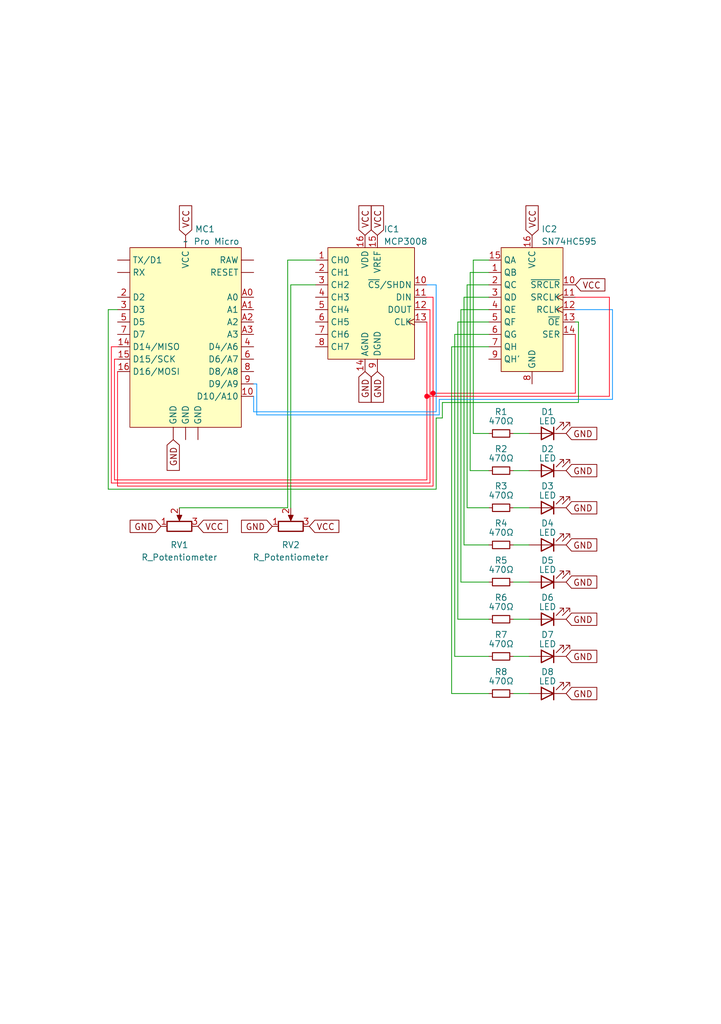
<source format=kicad_sch>
(kicad_sch (version 20230121) (generator eeschema)
  (paper "A5" portrait)
  (title_block (title "Running LEDs & SPI practice using MCP3008 and SN74HC595") (date "2023-10-31") (rev "2"))
  (lib_symbols
    (symbol "Device:LED" (pin_numbers hide) (pin_names (offset 1.016) hide)
      (property "Reference" "D" (at 0 2.54 0))
      (property "Value" "LED" (at 0 -2.54 0))
      (symbol "LED_0_1"
        (polyline (pts (xy -1.27 -1.27) (xy -1.27 1.27)) (stroke (width 0.254)))
        (polyline (pts (xy -1.27 0) (xy 1.27 0)))
        (polyline (pts (xy 1.27 -1.27) (xy 1.27 1.27) (xy -1.27 0) (xy 1.27 -1.27)) (stroke (width 0.254)))
        (polyline (pts (xy -3.048 -0.762) (xy -4.572 -2.286) (xy -3.81 -2.286) (xy -4.572 -2.286) (xy -4.572 -1.524)))
        (polyline (pts (xy -1.778 -0.762) (xy -3.302 -2.286) (xy -2.54 -2.286) (xy -3.302 -2.286) (xy -3.302 -1.524)))
      )
      (symbol "LED_1_1"
        (pin passive line (at -3.81 0 0) (length 2.54) (name "K") (number "1"))
        (pin passive line (at 3.81 0 180) (length 2.54) (name "A") (number "2"))
      )
    )
    (symbol "Device:R_Potentiometer" (pin_names (offset 1.016) hide)
      (property "Reference" "RV" (at -4.445 0 90))
      (property "Value" "R_Potentiometer" (at -2.54 0 90))
      (symbol "R_Potentiometer_0_1"
        (polyline (pts (xy 2.54 0) (xy 1.524 0)))
        (polyline (pts (xy 1.143 0) (xy 2.286 0.508) (xy 2.286 -0.508) (xy 1.143 0)) (fill (type outline)))
        (rectangle (start 1.016 2.54) (end -1.016 -2.54) (stroke (width 0.254)))
      )
      (symbol "R_Potentiometer_1_1"
        (pin passive line (at 0 3.81 270) (length 1.27) (name "1") (number "1"))
        (pin passive line (at 3.81 0 180) (length 1.27) (name "2") (number "2"))
        (pin passive line (at 0 -3.81 90) (length 1.27) (name "3") (number "3"))
      )
    )
    (symbol "Device:R_Small" (pin_numbers hide) (pin_names (offset 0.254) hide)
      (property "Reference" "R" (at 0.762 0.508 0))
      (property "Value" "R_Small" (at 0.762 -1.016 0))
      (symbol "R_Small_0_1"
        (rectangle (start -0.762 1.778) (end 0.762 -1.778) (stroke (width 0.2032)))
      )
      (symbol "R_Small_1_1"
        (pin passive line (at 0 2.54 270) (length 0.762) (name "~") (number "1"))
        (pin passive line (at 0 -2.54 90) (length 0.762) (name "~") (number "2"))
      )
    )
    (symbol "integrated-circuits:MCP3008"
      (property "Reference" "IC" (at -7.62 12.7 0))
      (property "Value" "MCP3008" (at 2.54 12.7 0))
      (symbol "MCP3008_1_1"
        (rectangle (start -8.89 11.43) (end 8.89 -11.43) (fill (type background)))
        (pin input line (at -11.43 8.89 0) (length 2.54) (name "CH0") (number "1"))
        (pin input line (at 11.43 3.81 180) (length 2.54) (name "~{CS}/SHDN") (number "10"))
        (pin input line (at 11.43 1.27 180) (length 2.54) (name "DIN") (number "11"))
        (pin output line (at 11.43 -1.27 180) (length 2.54) (name "DOUT") (number "12"))
        (pin input clock (at 11.43 -3.81 180) (length 2.54) (name "CLK") (number "13"))
        (pin power_in line (at -1.27 -13.97 90) (length 2.54) (name "AGND") (number "14"))
        (pin power_in line (at 1.27 13.97 270) (length 2.54) (name "VREF") (number "15"))
        (pin power_in line (at -1.27 13.97 270) (length 2.54) (name "VDD") (number "16"))
        (pin input line (at -11.43 6.35 0) (length 2.54) (name "CH1") (number "2"))
        (pin input line (at -11.43 3.81 0) (length 2.54) (name "CH2") (number "3"))
        (pin input line (at -11.43 1.27 0) (length 2.54) (name "CH3") (number "4"))
        (pin input line (at -11.43 -1.27 0) (length 2.54) (name "CH4") (number "5"))
        (pin input line (at -11.43 -3.81 0) (length 2.54) (name "CH5") (number "6"))
        (pin input line (at -11.43 -6.35 0) (length 2.54) (name "CH6") (number "7"))
        (pin input line (at -11.43 -8.89 0) (length 2.54) (name "CH7") (number "8"))
        (pin power_in line (at 1.27 -13.97 90) (length 2.54) (name "DGND") (number "9"))
      )
    )
    (symbol "integrated-circuits:SN74HC595"
      (property "Reference" "IC" (at -6.35 13.97 0))
      (property "Value" "SN74HC595" (at 6.35 13.97 0))
      (symbol "SN74HC595_0_1"
        (rectangle (start 0 12.7) (end 0 12.7))
      )
      (symbol "SN74HC595_1_1"
        (rectangle (start -6.35 12.7) (end 6.35 -12.7) (fill (type background)))
        (pin output line (at -8.89 7.62 0) (length 2.54) (name "QB") (number "1"))
        (pin input line (at 8.89 5.08 180) (length 2.54) (name "~{SRCLR}") (number "10"))
        (pin input clock (at 8.89 2.54 180) (length 2.54) (name "SRCLK") (number "11"))
        (pin input clock (at 8.89 0 180) (length 2.54) (name "RCLK") (number "12"))
        (pin input line (at 8.89 -2.54 180) (length 2.54) (name "~{OE}") (number "13"))
        (pin input line (at 8.89 -5.08 180) (length 2.54) (name "SER") (number "14"))
        (pin output line (at -8.89 10.16 0) (length 2.54) (name "QA") (number "15"))
        (pin power_in line (at 0 15.24 270) (length 2.54) (name "VCC") (number "16"))
        (pin output line (at -8.89 5.08 0) (length 2.54) (name "QC") (number "2"))
        (pin output line (at -8.89 2.54 0) (length 2.54) (name "QD") (number "3"))
        (pin output line (at -8.89 0 0) (length 2.54) (name "QE") (number "4"))
        (pin output line (at -8.89 -2.54 0) (length 2.54) (name "QF") (number "5"))
        (pin output line (at -8.89 -5.08 0) (length 2.54) (name "QG") (number "6"))
        (pin output line (at -8.89 -7.62 0) (length 2.54) (name "QH") (number "7"))
        (pin power_in line (at 0 -15.24 90) (length 2.54) (name "GND") (number "8"))
        (pin output line (at -8.89 -10.16 0) (length 2.54) (name "QH'") (number "9"))
      )
    )
    (symbol "microcontroller-boards:Pro_Micro"
      (property "Reference" "MC" (at -10.16 20.32 0))
      (symbol "Pro_Micro_1_0"
        (text "Pro Micro" (at 6.35 20.32 0) (effects (font (size 1.27 1.27))))
      )
      (symbol "Pro_Micro_1_1"
        (rectangle (start -11.43 19.05) (end 11.43 -17.78) (fill (type background)))
        (pin power_in line (at -2.54 -20.32 90) (length 2.54) (name "GND") (number ""))
        (pin power_in line (at 0 -20.32 90) (length 2.54) (name "GND") (number ""))
        (pin power_in line (at 2.54 -20.32 90) (length 2.54) (name "GND") (number ""))
        (pin power_in line (at 13.97 16.51 180) (length 2.54) (name "RAW") (number ""))
        (pin input line (at 13.97 13.97 180) (length 2.54) (name "RESET") (number ""))
        (pin input line (at -13.97 13.97 0) (length 2.54) (name "RX") (number ""))
        (pin output line (at -13.97 16.51 0) (length 2.54) (name "TX/D1") (number ""))
        (pin power_in line (at 0 21.59 270) (length 2.54) (name "VCC") (number ""))
        (pin input line (at 13.97 -11.43 180) (length 2.54) (name "D10/A10") (number "10"))
        (pin input line (at -13.97 -1.27 0) (length 2.54) (name "D14/MISO") (number "14"))
        (pin input line (at -13.97 -3.81 0) (length 2.54) (name "D15/SCK") (number "15"))
        (pin input line (at -13.97 -6.35 0) (length 2.54) (name "D16/MOSI") (number "16"))
        (pin input line (at -13.97 8.89 0) (length 2.54) (name "D2") (number "2"))
        (pin input line (at -13.97 6.35 0) (length 2.54) (name "D3") (number "3"))
        (pin input line (at 13.97 -1.27 180) (length 2.54) (name "D4/A6") (number "4"))
        (pin input line (at -13.97 3.81 0) (length 2.54) (name "D5") (number "5"))
        (pin input line (at 13.97 -3.81 180) (length 2.54) (name "D6/A7") (number "6"))
        (pin input line (at -13.97 1.27 0) (length 2.54) (name "D7") (number "7"))
        (pin input line (at 13.97 -6.35 180) (length 2.54) (name "D8/A8") (number "8"))
        (pin input line (at 13.97 -8.89 180) (length 2.54) (name "D9/A9") (number "9"))
        (pin input line (at 13.97 8.89 180) (length 2.54) (name "A0") (number "A0"))
        (pin input line (at 13.97 6.35 180) (length 2.54) (name "A1") (number "A1"))
        (pin input line (at 13.97 3.81 180) (length 2.54) (name "A2") (number "A2"))
        (pin input line (at 13.97 1.27 180) (length 2.54) (name "A3") (number "A3"))
      )
    )
  )
  (junction (at 88.9 80.645) (color 255 0 26 1))
  (junction (at 87.63 81.28) (color 255 0 26 1))
  (wire (pts (xy 100.33 66.04) (xy 93.98 66.04)))
  (wire (pts (xy 89.535 85.725) (xy 89.535 100.33)))
  (wire (pts (xy 94.615 119.38) (xy 100.33 119.38)))
  (wire (pts (xy 105.41 142.24) (xy 108.585 142.24)))
  (wire (pts (xy 125.095 60.96) (xy 125.095 81.28)) (stroke (width 0) (color 255 0 26 1)))
  (wire (pts (xy 90.805 85.725) (xy 89.535 85.725)))
  (wire (pts (xy 94.615 63.5) (xy 94.615 119.38)))
  (wire (pts (xy 105.41 119.38) (xy 108.585 119.38)))
  (wire (pts (xy 105.41 127) (xy 108.585 127)))
  (wire (pts (xy 22.86 99.06) (xy 22.86 71.12)) (stroke (width 0) (color 255 0 26 1)))
  (wire (pts (xy 100.33 71.12) (xy 92.71 71.12)))
  (wire (pts (xy 92.71 71.12) (xy 92.71 142.24)))
  (wire (pts (xy 118.11 80.645) (xy 88.9 80.645)) (stroke (width 0) (color 255 0 26 1)))
  (wire (pts (xy 118.11 63.5) (xy 125.73 63.5)) (stroke (width 0) (color 0 145 255 1)))
  (wire (pts (xy 89.535 58.42) (xy 87.63 58.42)) (stroke (width 0) (color 0 145 255 1)))
  (wire (pts (xy 59.055 104.14) (xy 36.83 104.14)))
  (wire (pts (xy 93.98 66.04) (xy 93.98 127)))
  (wire (pts (xy 23.495 98.425) (xy 23.495 73.66)) (stroke (width 0) (color 255 0 26 1)))
  (wire (pts (xy 90.805 82.55) (xy 90.805 85.725)))
  (wire (pts (xy 97.155 88.9) (xy 100.33 88.9)))
  (wire (pts (xy 100.33 68.58) (xy 93.345 68.58)))
  (wire (pts (xy 125.095 81.28) (xy 87.63 81.28)) (stroke (width 0) (color 255 0 26 1)))
  (wire (pts (xy 22.225 100.33) (xy 22.225 63.5)))
  (wire (pts (xy 100.33 55.88) (xy 96.52 55.88)))
  (wire (pts (xy 59.69 58.42) (xy 59.69 104.14)))
  (wire (pts (xy 93.345 68.58) (xy 93.345 134.62)))
  (wire (pts (xy 95.885 104.14) (xy 100.33 104.14)))
  (wire (pts (xy 118.11 68.58) (xy 118.11 80.645)) (stroke (width 0) (color 255 0 26 1)))
  (wire (pts (xy 52.705 78.74) (xy 52.07 78.74)) (stroke (width 0) (color 0 145 255 1)))
  (wire (pts (xy 64.77 53.34) (xy 59.055 53.34)))
  (wire (pts (xy 87.63 63.5) (xy 88.265 63.5)) (stroke (width 0) (color 255 0 26 1)))
  (wire (pts (xy 93.345 134.62) (xy 100.33 134.62)))
  (wire (pts (xy 88.9 60.96) (xy 88.9 80.645)) (stroke (width 0) (color 255 0 26 1)))
  (wire (pts (xy 52.705 85.09) (xy 52.705 78.74)) (stroke (width 0) (color 0 145 255 1)))
  (wire (pts (xy 92.71 142.24) (xy 100.33 142.24)))
  (wire (pts (xy 88.265 63.5) (xy 88.265 99.06)) (stroke (width 0) (color 255 0 26 1)))
  (wire (pts (xy 118.11 60.96) (xy 125.095 60.96)) (stroke (width 0) (color 255 0 26 1)))
  (wire (pts (xy 105.41 104.14) (xy 108.585 104.14)))
  (wire (pts (xy 105.41 88.9) (xy 108.585 88.9)))
  (wire (pts (xy 95.25 60.96) (xy 95.25 111.76)))
  (wire (pts (xy 89.535 100.33) (xy 22.225 100.33)))
  (wire (pts (xy 52.07 84.455) (xy 89.535 84.455)) (stroke (width 0) (color 0 145 255 1)))
  (wire (pts (xy 64.77 58.42) (xy 59.69 58.42)))
  (wire (pts (xy 100.33 60.96) (xy 95.25 60.96)))
  (wire (pts (xy 100.33 58.42) (xy 95.885 58.42)))
  (wire (pts (xy 22.225 63.5) (xy 24.13 63.5)))
  (wire (pts (xy 88.9 80.645) (xy 88.9 99.695)) (stroke (width 0) (color 255 0 26 1)))
  (wire (pts (xy 118.11 66.04) (xy 118.745 66.04)))
  (wire (pts (xy 87.63 60.96) (xy 88.9 60.96)) (stroke (width 0) (color 255 0 26 1)))
  (wire (pts (xy 87.63 98.425) (xy 23.495 98.425)) (stroke (width 0) (color 255 0 26 1)))
  (wire (pts (xy 95.25 111.76) (xy 100.33 111.76)))
  (wire (pts (xy 96.52 55.88) (xy 96.52 96.52)))
  (wire (pts (xy 89.535 58.42) (xy 89.535 84.455)) (stroke (width 0) (color 0 145 255 1)))
  (wire (pts (xy 105.41 134.62) (xy 108.585 134.62)))
  (wire (pts (xy 59.055 53.34) (xy 59.055 104.14)))
  (wire (pts (xy 23.495 73.66) (xy 24.13 73.66)) (stroke (width 0) (color 255 0 26 1)))
  (wire (pts (xy 87.63 81.28) (xy 87.63 98.425)) (stroke (width 0) (color 255 0 26 1)))
  (wire (pts (xy 97.155 53.34) (xy 97.155 88.9)))
  (wire (pts (xy 88.9 99.695) (xy 24.13 99.695)) (stroke (width 0) (color 255 0 26 1)))
  (wire (pts (xy 22.86 71.12) (xy 24.13 71.12)) (stroke (width 0) (color 255 0 26 1)))
  (wire (pts (xy 87.63 66.04) (xy 87.63 81.28)) (stroke (width 0) (color 255 0 26 1)))
  (wire (pts (xy 100.33 63.5) (xy 94.615 63.5)))
  (wire (pts (xy 105.41 111.76) (xy 108.585 111.76)))
  (wire (pts (xy 125.73 63.5) (xy 125.73 81.915)) (stroke (width 0) (color 0 145 255 1)))
  (wire (pts (xy 105.41 96.52) (xy 108.585 96.52)))
  (wire (pts (xy 93.98 127) (xy 100.33 127)))
  (wire (pts (xy 118.745 82.55) (xy 90.805 82.55)))
  (wire (pts (xy 24.13 76.2) (xy 24.13 99.695)) (stroke (width 0) (color 255 0 26 1)))
  (wire (pts (xy 90.17 85.09) (xy 52.705 85.09)) (stroke (width 0) (color 0 145 255 1)))
  (wire (pts (xy 100.33 53.34) (xy 97.155 53.34)))
  (wire (pts (xy 95.885 58.42) (xy 95.885 104.14)))
  (wire (pts (xy 90.17 81.915) (xy 90.17 85.09)) (stroke (width 0) (color 0 145 255 1)))
  (wire (pts (xy 96.52 96.52) (xy 100.33 96.52)))
  (wire (pts (xy 88.265 99.06) (xy 22.86 99.06)) (stroke (width 0) (color 255 0 26 1)))
  (wire (pts (xy 125.73 81.915) (xy 90.17 81.915)) (stroke (width 0) (color 0 145 255 1)))
  (wire (pts (xy 52.07 81.28) (xy 52.07 84.455)) (stroke (width 0) (color 0 145 255 1)))
  (wire (pts (xy 118.745 66.04) (xy 118.745 82.55)))
  (global_label "GND" (shape input) (at 116.205 111.76 0) (property "Intersheetrefs" "${INTERSHEET_REFS}" (effects hide)))
  (global_label "VCC" (shape input) (at 38.1 48.26 90) (property "Intersheetrefs" "${INTERSHEET_REFS}" (effects hide)))
  (global_label "GND" (shape input) (at 116.205 142.24 0) (property "Intersheetrefs" "${INTERSHEET_REFS}" (effects hide)))
  (global_label "GND" (shape input) (at 33.02 107.95 180) (property "Intersheetrefs" "${INTERSHEET_REFS}" (effects hide)))
  (global_label "GND" (shape input) (at 116.205 134.62 0) (property "Intersheetrefs" "${INTERSHEET_REFS}" (effects hide)))
  (global_label "VCC" (shape input) (at 74.93 48.26 90) (property "Intersheetrefs" "${INTERSHEET_REFS}" (effects hide)))
  (global_label "GND" (shape input) (at 116.205 127 0) (property "Intersheetrefs" "${INTERSHEET_REFS}" (effects hide)))
  (global_label "VCC" (shape input) (at 63.5 107.95 0) (property "Intersheetrefs" "${INTERSHEET_REFS}" (effects hide)))
  (global_label "VCC" (shape input) (at 118.11 58.42 0) (property "Intersheetrefs" "${INTERSHEET_REFS}" (effects hide)))
  (global_label "GND" (shape input) (at 116.205 104.14 0) (property "Intersheetrefs" "${INTERSHEET_REFS}" (effects hide)))
  (global_label "GND" (shape input) (at 116.205 88.9 0) (property "Intersheetrefs" "${INTERSHEET_REFS}" (effects hide)))
  (global_label "GND" (shape input) (at 116.205 119.38 0) (property "Intersheetrefs" "${INTERSHEET_REFS}" (effects hide)))
  (global_label "VCC" (shape input) (at 109.22 48.26 90) (property "Intersheetrefs" "${INTERSHEET_REFS}" (effects hide)))
  (global_label "VCC" (shape input) (at 77.47 48.26 90) (property "Intersheetrefs" "${INTERSHEET_REFS}" (effects hide)))
  (global_label "VCC" (shape input) (at 40.64 107.95 0) (property "Intersheetrefs" "${INTERSHEET_REFS}" (effects hide)))
  (global_label "GND" (shape input) (at 77.47 76.2 270) (property "Intersheetrefs" "${INTERSHEET_REFS}" (effects hide)))
  (global_label "GND" (shape input) (at 35.56 90.17 270) (property "Intersheetrefs" "${INTERSHEET_REFS}" (effects hide)))
  (global_label "GND" (shape input) (at 116.205 96.52 0) (property "Intersheetrefs" "${INTERSHEET_REFS}" (effects hide)))
  (global_label "GND" (shape input) (at 74.93 76.2 270) (property "Intersheetrefs" "${INTERSHEET_REFS}" (effects hide)))
  (global_label "GND" (shape input) (at 55.88 107.95 180) (property "Intersheetrefs" "${INTERSHEET_REFS}" (effects hide)))
  (symbol (lib_id "microcontroller-boards:Pro_Micro") (at 38.1 69.85 0) (unit 1)
    (property "Reference" "MC1" (at 40.005 46.99 0) (effects (justify left)))
    (property "Value" "~" (at 38.1 49.53 0))
  )
  (symbol (lib_id "Device:LED") (at 112.395 104.14 180) (unit 1)
    (property "Reference" "D3" (at 112.395 99.695 0))
    (property "Value" "LED" (at 112.395 101.6 0))
  )
  (symbol (lib_id "Device:R_Small") (at 102.87 88.9 90) (unit 1)
    (property "Reference" "R1" (at 102.87 84.455 90))
    (property "Value" "470Ω" (at 102.87 86.36 90))
  )
  (symbol (lib_id "Device:LED") (at 112.395 127 180) (unit 1)
    (property "Reference" "D6" (at 112.395 122.555 0))
    (property "Value" "LED" (at 112.395 124.46 0))
  )
  (symbol (lib_id "Device:R_Small") (at 102.87 111.76 90) (unit 1)
    (property "Reference" "R4" (at 102.87 107.315 90))
    (property "Value" "470Ω" (at 102.87 109.22 90))
  )
  (symbol (lib_id "Device:R_Small") (at 102.87 119.38 90) (unit 1)
    (property "Reference" "R5" (at 102.87 114.935 90))
    (property "Value" "470Ω" (at 102.87 116.84 90))
  )
  (symbol (lib_id "integrated-circuits:MCP3008") (at 76.2 62.23 0) (unit 1)
    (property "Reference" "IC1" (at 78.74 46.99 0) (effects (justify left)))
    (property "Value" "MCP3008" (at 78.74 49.53 0) (effects (justify left)))
  )
  (symbol (lib_id "Device:R_Potentiometer") (at 59.69 107.95 90) (unit 1)
    (property "Reference" "RV2" (at 59.69 111.76 90))
    (property "Value" "R_Potentiometer" (at 59.69 114.3 90))
  )
  (symbol (lib_id "Device:R_Potentiometer") (at 36.83 107.95 90) (unit 1)
    (property "Reference" "RV1" (at 36.83 111.76 90))
    (property "Value" "R_Potentiometer" (at 36.83 114.3 90))
  )
  (symbol (lib_id "Device:R_Small") (at 102.87 96.52 90) (unit 1)
    (property "Reference" "R2" (at 102.87 92.075 90))
    (property "Value" "470Ω" (at 102.87 93.98 90))
  )
  (symbol (lib_id "Device:LED") (at 112.395 119.38 180) (unit 1)
    (property "Reference" "D5" (at 112.395 114.935 0))
    (property "Value" "LED" (at 112.395 116.84 0))
  )
  (symbol (lib_id "integrated-circuits:SN74HC595") (at 109.22 63.5 0) (unit 1)
    (property "Reference" "IC2" (at 111.125 46.99 0) (effects (justify left)))
    (property "Value" "SN74HC595" (at 111.125 49.53 0) (effects (justify left)))
  )
  (symbol (lib_id "Device:LED") (at 112.395 88.9 180) (unit 1)
    (property "Reference" "D1" (at 112.395 84.455 0))
    (property "Value" "LED" (at 112.395 86.36 0))
  )
  (symbol (lib_id "Device:R_Small") (at 102.87 142.24 90) (unit 1)
    (property "Reference" "R8" (at 102.87 137.795 90))
    (property "Value" "470Ω" (at 102.87 139.7 90))
  )
  (symbol (lib_id "Device:R_Small") (at 102.87 104.14 90) (unit 1)
    (property "Reference" "R3" (at 102.87 99.695 90))
    (property "Value" "470Ω" (at 102.87 101.6 90))
  )
  (symbol (lib_id "Device:LED") (at 112.395 134.62 180) (unit 1)
    (property "Reference" "D7" (at 112.395 130.175 0))
    (property "Value" "LED" (at 112.395 132.08 0))
  )
  (symbol (lib_id "Device:R_Small") (at 102.87 127 90) (unit 1)
    (property "Reference" "R6" (at 102.87 122.555 90))
    (property "Value" "470Ω" (at 102.87 124.46 90))
  )
  (symbol (lib_id "Device:LED") (at 112.395 111.76 180) (unit 1)
    (property "Reference" "D4" (at 112.395 107.315 0))
    (property "Value" "LED" (at 112.395 109.22 0))
  )
  (symbol (lib_id "Device:LED") (at 112.395 96.52 180) (unit 1)
    (property "Reference" "D2" (at 112.395 92.075 0))
    (property "Value" "LED" (at 112.395 93.98 0))
  )
  (symbol (lib_id "Device:LED") (at 112.395 142.24 180) (unit 1)
    (property "Reference" "D8" (at 112.395 137.795 0))
    (property "Value" "LED" (at 112.395 139.7 0))
  )
  (symbol (lib_id "Device:R_Small") (at 102.87 134.62 90) (unit 1)
    (property "Reference" "R7" (at 102.87 130.175 90))
    (property "Value" "470Ω" (at 102.87 132.08 90))
  )
)
</source>
